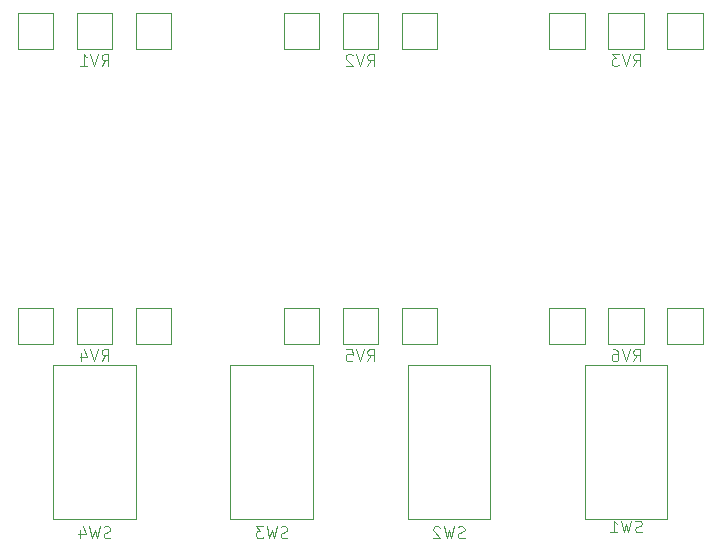
<source format=gbr>
%TF.GenerationSoftware,KiCad,Pcbnew,8.0.7*%
%TF.CreationDate,2025-02-19T13:31:19-05:00*%
%TF.ProjectId,OD1,4f44312e-6b69-4636-9164-5f7063625858,rev?*%
%TF.SameCoordinates,Original*%
%TF.FileFunction,Legend,Bot*%
%TF.FilePolarity,Positive*%
%FSLAX46Y46*%
G04 Gerber Fmt 4.6, Leading zero omitted, Abs format (unit mm)*
G04 Created by KiCad (PCBNEW 8.0.7) date 2025-02-19 13:31:19*
%MOMM*%
%LPD*%
G01*
G04 APERTURE LIST*
%ADD10C,0.100000*%
G04 APERTURE END LIST*
D10*
X179095238Y-61457419D02*
X179428571Y-60981228D01*
X179666666Y-61457419D02*
X179666666Y-60457419D01*
X179666666Y-60457419D02*
X179285714Y-60457419D01*
X179285714Y-60457419D02*
X179190476Y-60505038D01*
X179190476Y-60505038D02*
X179142857Y-60552657D01*
X179142857Y-60552657D02*
X179095238Y-60647895D01*
X179095238Y-60647895D02*
X179095238Y-60790752D01*
X179095238Y-60790752D02*
X179142857Y-60885990D01*
X179142857Y-60885990D02*
X179190476Y-60933609D01*
X179190476Y-60933609D02*
X179285714Y-60981228D01*
X179285714Y-60981228D02*
X179666666Y-60981228D01*
X178809523Y-60457419D02*
X178476190Y-61457419D01*
X178476190Y-61457419D02*
X178142857Y-60457419D01*
X177285714Y-61457419D02*
X177857142Y-61457419D01*
X177571428Y-61457419D02*
X177571428Y-60457419D01*
X177571428Y-60457419D02*
X177666666Y-60600276D01*
X177666666Y-60600276D02*
X177761904Y-60695514D01*
X177761904Y-60695514D02*
X177857142Y-60743133D01*
X224095238Y-61457419D02*
X224428571Y-60981228D01*
X224666666Y-61457419D02*
X224666666Y-60457419D01*
X224666666Y-60457419D02*
X224285714Y-60457419D01*
X224285714Y-60457419D02*
X224190476Y-60505038D01*
X224190476Y-60505038D02*
X224142857Y-60552657D01*
X224142857Y-60552657D02*
X224095238Y-60647895D01*
X224095238Y-60647895D02*
X224095238Y-60790752D01*
X224095238Y-60790752D02*
X224142857Y-60885990D01*
X224142857Y-60885990D02*
X224190476Y-60933609D01*
X224190476Y-60933609D02*
X224285714Y-60981228D01*
X224285714Y-60981228D02*
X224666666Y-60981228D01*
X223809523Y-60457419D02*
X223476190Y-61457419D01*
X223476190Y-61457419D02*
X223142857Y-60457419D01*
X222904761Y-60457419D02*
X222285714Y-60457419D01*
X222285714Y-60457419D02*
X222619047Y-60838371D01*
X222619047Y-60838371D02*
X222476190Y-60838371D01*
X222476190Y-60838371D02*
X222380952Y-60885990D01*
X222380952Y-60885990D02*
X222333333Y-60933609D01*
X222333333Y-60933609D02*
X222285714Y-61028847D01*
X222285714Y-61028847D02*
X222285714Y-61266942D01*
X222285714Y-61266942D02*
X222333333Y-61362180D01*
X222333333Y-61362180D02*
X222380952Y-61409800D01*
X222380952Y-61409800D02*
X222476190Y-61457419D01*
X222476190Y-61457419D02*
X222761904Y-61457419D01*
X222761904Y-61457419D02*
X222857142Y-61409800D01*
X222857142Y-61409800D02*
X222904761Y-61362180D01*
X194833332Y-101409800D02*
X194690475Y-101457419D01*
X194690475Y-101457419D02*
X194452380Y-101457419D01*
X194452380Y-101457419D02*
X194357142Y-101409800D01*
X194357142Y-101409800D02*
X194309523Y-101362180D01*
X194309523Y-101362180D02*
X194261904Y-101266942D01*
X194261904Y-101266942D02*
X194261904Y-101171704D01*
X194261904Y-101171704D02*
X194309523Y-101076466D01*
X194309523Y-101076466D02*
X194357142Y-101028847D01*
X194357142Y-101028847D02*
X194452380Y-100981228D01*
X194452380Y-100981228D02*
X194642856Y-100933609D01*
X194642856Y-100933609D02*
X194738094Y-100885990D01*
X194738094Y-100885990D02*
X194785713Y-100838371D01*
X194785713Y-100838371D02*
X194833332Y-100743133D01*
X194833332Y-100743133D02*
X194833332Y-100647895D01*
X194833332Y-100647895D02*
X194785713Y-100552657D01*
X194785713Y-100552657D02*
X194738094Y-100505038D01*
X194738094Y-100505038D02*
X194642856Y-100457419D01*
X194642856Y-100457419D02*
X194404761Y-100457419D01*
X194404761Y-100457419D02*
X194261904Y-100505038D01*
X193928570Y-100457419D02*
X193690475Y-101457419D01*
X193690475Y-101457419D02*
X193499999Y-100743133D01*
X193499999Y-100743133D02*
X193309523Y-101457419D01*
X193309523Y-101457419D02*
X193071428Y-100457419D01*
X192785713Y-100457419D02*
X192166666Y-100457419D01*
X192166666Y-100457419D02*
X192499999Y-100838371D01*
X192499999Y-100838371D02*
X192357142Y-100838371D01*
X192357142Y-100838371D02*
X192261904Y-100885990D01*
X192261904Y-100885990D02*
X192214285Y-100933609D01*
X192214285Y-100933609D02*
X192166666Y-101028847D01*
X192166666Y-101028847D02*
X192166666Y-101266942D01*
X192166666Y-101266942D02*
X192214285Y-101362180D01*
X192214285Y-101362180D02*
X192261904Y-101409800D01*
X192261904Y-101409800D02*
X192357142Y-101457419D01*
X192357142Y-101457419D02*
X192642856Y-101457419D01*
X192642856Y-101457419D02*
X192738094Y-101409800D01*
X192738094Y-101409800D02*
X192785713Y-101362180D01*
X201595238Y-86457419D02*
X201928571Y-85981228D01*
X202166666Y-86457419D02*
X202166666Y-85457419D01*
X202166666Y-85457419D02*
X201785714Y-85457419D01*
X201785714Y-85457419D02*
X201690476Y-85505038D01*
X201690476Y-85505038D02*
X201642857Y-85552657D01*
X201642857Y-85552657D02*
X201595238Y-85647895D01*
X201595238Y-85647895D02*
X201595238Y-85790752D01*
X201595238Y-85790752D02*
X201642857Y-85885990D01*
X201642857Y-85885990D02*
X201690476Y-85933609D01*
X201690476Y-85933609D02*
X201785714Y-85981228D01*
X201785714Y-85981228D02*
X202166666Y-85981228D01*
X201309523Y-85457419D02*
X200976190Y-86457419D01*
X200976190Y-86457419D02*
X200642857Y-85457419D01*
X199833333Y-85457419D02*
X200309523Y-85457419D01*
X200309523Y-85457419D02*
X200357142Y-85933609D01*
X200357142Y-85933609D02*
X200309523Y-85885990D01*
X200309523Y-85885990D02*
X200214285Y-85838371D01*
X200214285Y-85838371D02*
X199976190Y-85838371D01*
X199976190Y-85838371D02*
X199880952Y-85885990D01*
X199880952Y-85885990D02*
X199833333Y-85933609D01*
X199833333Y-85933609D02*
X199785714Y-86028847D01*
X199785714Y-86028847D02*
X199785714Y-86266942D01*
X199785714Y-86266942D02*
X199833333Y-86362180D01*
X199833333Y-86362180D02*
X199880952Y-86409800D01*
X199880952Y-86409800D02*
X199976190Y-86457419D01*
X199976190Y-86457419D02*
X200214285Y-86457419D01*
X200214285Y-86457419D02*
X200309523Y-86409800D01*
X200309523Y-86409800D02*
X200357142Y-86362180D01*
X209833332Y-101409800D02*
X209690475Y-101457419D01*
X209690475Y-101457419D02*
X209452380Y-101457419D01*
X209452380Y-101457419D02*
X209357142Y-101409800D01*
X209357142Y-101409800D02*
X209309523Y-101362180D01*
X209309523Y-101362180D02*
X209261904Y-101266942D01*
X209261904Y-101266942D02*
X209261904Y-101171704D01*
X209261904Y-101171704D02*
X209309523Y-101076466D01*
X209309523Y-101076466D02*
X209357142Y-101028847D01*
X209357142Y-101028847D02*
X209452380Y-100981228D01*
X209452380Y-100981228D02*
X209642856Y-100933609D01*
X209642856Y-100933609D02*
X209738094Y-100885990D01*
X209738094Y-100885990D02*
X209785713Y-100838371D01*
X209785713Y-100838371D02*
X209833332Y-100743133D01*
X209833332Y-100743133D02*
X209833332Y-100647895D01*
X209833332Y-100647895D02*
X209785713Y-100552657D01*
X209785713Y-100552657D02*
X209738094Y-100505038D01*
X209738094Y-100505038D02*
X209642856Y-100457419D01*
X209642856Y-100457419D02*
X209404761Y-100457419D01*
X209404761Y-100457419D02*
X209261904Y-100505038D01*
X208928570Y-100457419D02*
X208690475Y-101457419D01*
X208690475Y-101457419D02*
X208499999Y-100743133D01*
X208499999Y-100743133D02*
X208309523Y-101457419D01*
X208309523Y-101457419D02*
X208071428Y-100457419D01*
X207738094Y-100552657D02*
X207690475Y-100505038D01*
X207690475Y-100505038D02*
X207595237Y-100457419D01*
X207595237Y-100457419D02*
X207357142Y-100457419D01*
X207357142Y-100457419D02*
X207261904Y-100505038D01*
X207261904Y-100505038D02*
X207214285Y-100552657D01*
X207214285Y-100552657D02*
X207166666Y-100647895D01*
X207166666Y-100647895D02*
X207166666Y-100743133D01*
X207166666Y-100743133D02*
X207214285Y-100885990D01*
X207214285Y-100885990D02*
X207785713Y-101457419D01*
X207785713Y-101457419D02*
X207166666Y-101457419D01*
X224095238Y-86457419D02*
X224428571Y-85981228D01*
X224666666Y-86457419D02*
X224666666Y-85457419D01*
X224666666Y-85457419D02*
X224285714Y-85457419D01*
X224285714Y-85457419D02*
X224190476Y-85505038D01*
X224190476Y-85505038D02*
X224142857Y-85552657D01*
X224142857Y-85552657D02*
X224095238Y-85647895D01*
X224095238Y-85647895D02*
X224095238Y-85790752D01*
X224095238Y-85790752D02*
X224142857Y-85885990D01*
X224142857Y-85885990D02*
X224190476Y-85933609D01*
X224190476Y-85933609D02*
X224285714Y-85981228D01*
X224285714Y-85981228D02*
X224666666Y-85981228D01*
X223809523Y-85457419D02*
X223476190Y-86457419D01*
X223476190Y-86457419D02*
X223142857Y-85457419D01*
X222380952Y-85457419D02*
X222571428Y-85457419D01*
X222571428Y-85457419D02*
X222666666Y-85505038D01*
X222666666Y-85505038D02*
X222714285Y-85552657D01*
X222714285Y-85552657D02*
X222809523Y-85695514D01*
X222809523Y-85695514D02*
X222857142Y-85885990D01*
X222857142Y-85885990D02*
X222857142Y-86266942D01*
X222857142Y-86266942D02*
X222809523Y-86362180D01*
X222809523Y-86362180D02*
X222761904Y-86409800D01*
X222761904Y-86409800D02*
X222666666Y-86457419D01*
X222666666Y-86457419D02*
X222476190Y-86457419D01*
X222476190Y-86457419D02*
X222380952Y-86409800D01*
X222380952Y-86409800D02*
X222333333Y-86362180D01*
X222333333Y-86362180D02*
X222285714Y-86266942D01*
X222285714Y-86266942D02*
X222285714Y-86028847D01*
X222285714Y-86028847D02*
X222333333Y-85933609D01*
X222333333Y-85933609D02*
X222380952Y-85885990D01*
X222380952Y-85885990D02*
X222476190Y-85838371D01*
X222476190Y-85838371D02*
X222666666Y-85838371D01*
X222666666Y-85838371D02*
X222761904Y-85885990D01*
X222761904Y-85885990D02*
X222809523Y-85933609D01*
X222809523Y-85933609D02*
X222857142Y-86028847D01*
X201595238Y-61457419D02*
X201928571Y-60981228D01*
X202166666Y-61457419D02*
X202166666Y-60457419D01*
X202166666Y-60457419D02*
X201785714Y-60457419D01*
X201785714Y-60457419D02*
X201690476Y-60505038D01*
X201690476Y-60505038D02*
X201642857Y-60552657D01*
X201642857Y-60552657D02*
X201595238Y-60647895D01*
X201595238Y-60647895D02*
X201595238Y-60790752D01*
X201595238Y-60790752D02*
X201642857Y-60885990D01*
X201642857Y-60885990D02*
X201690476Y-60933609D01*
X201690476Y-60933609D02*
X201785714Y-60981228D01*
X201785714Y-60981228D02*
X202166666Y-60981228D01*
X201309523Y-60457419D02*
X200976190Y-61457419D01*
X200976190Y-61457419D02*
X200642857Y-60457419D01*
X200357142Y-60552657D02*
X200309523Y-60505038D01*
X200309523Y-60505038D02*
X200214285Y-60457419D01*
X200214285Y-60457419D02*
X199976190Y-60457419D01*
X199976190Y-60457419D02*
X199880952Y-60505038D01*
X199880952Y-60505038D02*
X199833333Y-60552657D01*
X199833333Y-60552657D02*
X199785714Y-60647895D01*
X199785714Y-60647895D02*
X199785714Y-60743133D01*
X199785714Y-60743133D02*
X199833333Y-60885990D01*
X199833333Y-60885990D02*
X200404761Y-61457419D01*
X200404761Y-61457419D02*
X199785714Y-61457419D01*
X179833332Y-101409800D02*
X179690475Y-101457419D01*
X179690475Y-101457419D02*
X179452380Y-101457419D01*
X179452380Y-101457419D02*
X179357142Y-101409800D01*
X179357142Y-101409800D02*
X179309523Y-101362180D01*
X179309523Y-101362180D02*
X179261904Y-101266942D01*
X179261904Y-101266942D02*
X179261904Y-101171704D01*
X179261904Y-101171704D02*
X179309523Y-101076466D01*
X179309523Y-101076466D02*
X179357142Y-101028847D01*
X179357142Y-101028847D02*
X179452380Y-100981228D01*
X179452380Y-100981228D02*
X179642856Y-100933609D01*
X179642856Y-100933609D02*
X179738094Y-100885990D01*
X179738094Y-100885990D02*
X179785713Y-100838371D01*
X179785713Y-100838371D02*
X179833332Y-100743133D01*
X179833332Y-100743133D02*
X179833332Y-100647895D01*
X179833332Y-100647895D02*
X179785713Y-100552657D01*
X179785713Y-100552657D02*
X179738094Y-100505038D01*
X179738094Y-100505038D02*
X179642856Y-100457419D01*
X179642856Y-100457419D02*
X179404761Y-100457419D01*
X179404761Y-100457419D02*
X179261904Y-100505038D01*
X178928570Y-100457419D02*
X178690475Y-101457419D01*
X178690475Y-101457419D02*
X178499999Y-100743133D01*
X178499999Y-100743133D02*
X178309523Y-101457419D01*
X178309523Y-101457419D02*
X178071428Y-100457419D01*
X177261904Y-100790752D02*
X177261904Y-101457419D01*
X177499999Y-100409800D02*
X177738094Y-101124085D01*
X177738094Y-101124085D02*
X177119047Y-101124085D01*
X179095238Y-86457419D02*
X179428571Y-85981228D01*
X179666666Y-86457419D02*
X179666666Y-85457419D01*
X179666666Y-85457419D02*
X179285714Y-85457419D01*
X179285714Y-85457419D02*
X179190476Y-85505038D01*
X179190476Y-85505038D02*
X179142857Y-85552657D01*
X179142857Y-85552657D02*
X179095238Y-85647895D01*
X179095238Y-85647895D02*
X179095238Y-85790752D01*
X179095238Y-85790752D02*
X179142857Y-85885990D01*
X179142857Y-85885990D02*
X179190476Y-85933609D01*
X179190476Y-85933609D02*
X179285714Y-85981228D01*
X179285714Y-85981228D02*
X179666666Y-85981228D01*
X178809523Y-85457419D02*
X178476190Y-86457419D01*
X178476190Y-86457419D02*
X178142857Y-85457419D01*
X177380952Y-85790752D02*
X177380952Y-86457419D01*
X177619047Y-85409800D02*
X177857142Y-86124085D01*
X177857142Y-86124085D02*
X177238095Y-86124085D01*
X224833332Y-100909800D02*
X224690475Y-100957419D01*
X224690475Y-100957419D02*
X224452380Y-100957419D01*
X224452380Y-100957419D02*
X224357142Y-100909800D01*
X224357142Y-100909800D02*
X224309523Y-100862180D01*
X224309523Y-100862180D02*
X224261904Y-100766942D01*
X224261904Y-100766942D02*
X224261904Y-100671704D01*
X224261904Y-100671704D02*
X224309523Y-100576466D01*
X224309523Y-100576466D02*
X224357142Y-100528847D01*
X224357142Y-100528847D02*
X224452380Y-100481228D01*
X224452380Y-100481228D02*
X224642856Y-100433609D01*
X224642856Y-100433609D02*
X224738094Y-100385990D01*
X224738094Y-100385990D02*
X224785713Y-100338371D01*
X224785713Y-100338371D02*
X224833332Y-100243133D01*
X224833332Y-100243133D02*
X224833332Y-100147895D01*
X224833332Y-100147895D02*
X224785713Y-100052657D01*
X224785713Y-100052657D02*
X224738094Y-100005038D01*
X224738094Y-100005038D02*
X224642856Y-99957419D01*
X224642856Y-99957419D02*
X224404761Y-99957419D01*
X224404761Y-99957419D02*
X224261904Y-100005038D01*
X223928570Y-99957419D02*
X223690475Y-100957419D01*
X223690475Y-100957419D02*
X223499999Y-100243133D01*
X223499999Y-100243133D02*
X223309523Y-100957419D01*
X223309523Y-100957419D02*
X223071428Y-99957419D01*
X222166666Y-100957419D02*
X222738094Y-100957419D01*
X222452380Y-100957419D02*
X222452380Y-99957419D01*
X222452380Y-99957419D02*
X222547618Y-100100276D01*
X222547618Y-100100276D02*
X222642856Y-100195514D01*
X222642856Y-100195514D02*
X222738094Y-100243133D01*
%TO.C,RV1*%
X172000000Y-57000000D02*
X172000000Y-60000000D01*
X172000000Y-60000000D02*
X175000000Y-60000000D01*
X175000000Y-57000000D02*
X172000000Y-57000000D01*
X175000000Y-60000000D02*
X175000000Y-57000000D01*
X177000000Y-57000000D02*
X177000000Y-60000000D01*
X177000000Y-60000000D02*
X180000000Y-60000000D01*
X180000000Y-57000000D02*
X177000000Y-57000000D01*
X180000000Y-60000000D02*
X180000000Y-57000000D01*
X182000000Y-57000000D02*
X185000000Y-57000000D01*
X182000000Y-60000000D02*
X182000000Y-57000000D01*
X185000000Y-57000000D02*
X185000000Y-60000000D01*
X185000000Y-60000000D02*
X182000000Y-60000000D01*
%TO.C,RV3*%
X217000000Y-57000000D02*
X217000000Y-60000000D01*
X217000000Y-60000000D02*
X220000000Y-60000000D01*
X220000000Y-57000000D02*
X217000000Y-57000000D01*
X220000000Y-60000000D02*
X220000000Y-57000000D01*
X222000000Y-57000000D02*
X222000000Y-60000000D01*
X222000000Y-60000000D02*
X225000000Y-60000000D01*
X225000000Y-57000000D02*
X222000000Y-57000000D01*
X225000000Y-60000000D02*
X225000000Y-57000000D01*
X227000000Y-57000000D02*
X230000000Y-57000000D01*
X227000000Y-60000000D02*
X227000000Y-57000000D01*
X230000000Y-57000000D02*
X230000000Y-60000000D01*
X230000000Y-60000000D02*
X227000000Y-60000000D01*
%TO.C,SW3*%
X190000000Y-86800000D02*
X190000000Y-99800000D01*
X190000000Y-99800000D02*
X197000000Y-99800000D01*
X197000000Y-86800000D02*
X190000000Y-86800000D01*
X197000000Y-99800000D02*
X197000000Y-86800000D01*
%TO.C,RV5*%
X194500000Y-82000000D02*
X194500000Y-85000000D01*
X194500000Y-85000000D02*
X197500000Y-85000000D01*
X197500000Y-82000000D02*
X194500000Y-82000000D01*
X197500000Y-85000000D02*
X197500000Y-82000000D01*
X199500000Y-82000000D02*
X199500000Y-85000000D01*
X199500000Y-85000000D02*
X202500000Y-85000000D01*
X202500000Y-82000000D02*
X199500000Y-82000000D01*
X202500000Y-85000000D02*
X202500000Y-82000000D01*
X204500000Y-82000000D02*
X207500000Y-82000000D01*
X204500000Y-85000000D02*
X204500000Y-82000000D01*
X207500000Y-82000000D02*
X207500000Y-85000000D01*
X207500000Y-85000000D02*
X204500000Y-85000000D01*
%TO.C,SW2*%
X205000000Y-86800000D02*
X205000000Y-99800000D01*
X205000000Y-99800000D02*
X212000000Y-99800000D01*
X212000000Y-86800000D02*
X205000000Y-86800000D01*
X212000000Y-99800000D02*
X212000000Y-86800000D01*
%TO.C,RV6*%
X217000000Y-82000000D02*
X217000000Y-85000000D01*
X217000000Y-85000000D02*
X220000000Y-85000000D01*
X220000000Y-82000000D02*
X217000000Y-82000000D01*
X220000000Y-85000000D02*
X220000000Y-82000000D01*
X222000000Y-82000000D02*
X222000000Y-85000000D01*
X222000000Y-85000000D02*
X225000000Y-85000000D01*
X225000000Y-82000000D02*
X222000000Y-82000000D01*
X225000000Y-85000000D02*
X225000000Y-82000000D01*
X227000000Y-82000000D02*
X230000000Y-82000000D01*
X227000000Y-85000000D02*
X227000000Y-82000000D01*
X230000000Y-82000000D02*
X230000000Y-85000000D01*
X230000000Y-85000000D02*
X227000000Y-85000000D01*
%TO.C,RV2*%
X194500000Y-57000000D02*
X194500000Y-60000000D01*
X194500000Y-60000000D02*
X197500000Y-60000000D01*
X197500000Y-57000000D02*
X194500000Y-57000000D01*
X197500000Y-60000000D02*
X197500000Y-57000000D01*
X199500000Y-57000000D02*
X199500000Y-60000000D01*
X199500000Y-60000000D02*
X202500000Y-60000000D01*
X202500000Y-57000000D02*
X199500000Y-57000000D01*
X202500000Y-60000000D02*
X202500000Y-57000000D01*
X204500000Y-57000000D02*
X207500000Y-57000000D01*
X204500000Y-60000000D02*
X204500000Y-57000000D01*
X207500000Y-57000000D02*
X207500000Y-60000000D01*
X207500000Y-60000000D02*
X204500000Y-60000000D01*
%TO.C,SW4*%
X175000000Y-86800000D02*
X175000000Y-99800000D01*
X175000000Y-99800000D02*
X182000000Y-99800000D01*
X182000000Y-86800000D02*
X175000000Y-86800000D01*
X182000000Y-99800000D02*
X182000000Y-86800000D01*
%TO.C,RV4*%
X172000000Y-82000000D02*
X172000000Y-85000000D01*
X172000000Y-85000000D02*
X175000000Y-85000000D01*
X175000000Y-82000000D02*
X172000000Y-82000000D01*
X175000000Y-85000000D02*
X175000000Y-82000000D01*
X177000000Y-82000000D02*
X177000000Y-85000000D01*
X177000000Y-85000000D02*
X180000000Y-85000000D01*
X180000000Y-82000000D02*
X177000000Y-82000000D01*
X180000000Y-85000000D02*
X180000000Y-82000000D01*
X182000000Y-82000000D02*
X185000000Y-82000000D01*
X182000000Y-85000000D02*
X182000000Y-82000000D01*
X185000000Y-82000000D02*
X185000000Y-85000000D01*
X185000000Y-85000000D02*
X182000000Y-85000000D01*
%TO.C,SW1*%
X220000000Y-86800000D02*
X220000000Y-99800000D01*
X220000000Y-99800000D02*
X227000000Y-99800000D01*
X227000000Y-86800000D02*
X220000000Y-86800000D01*
X227000000Y-99800000D02*
X227000000Y-86800000D01*
%TD*%
M02*

</source>
